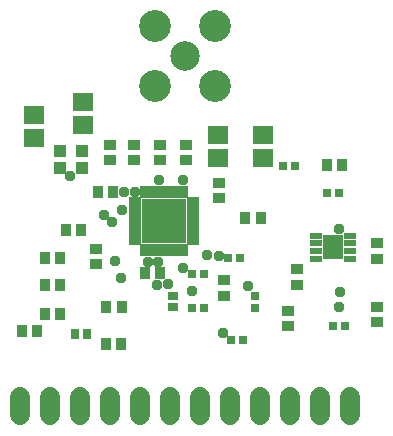
<source format=gbr>
G04 EAGLE Gerber RS-274X export*
G75*
%MOMM*%
%FSLAX34Y34*%
%LPD*%
%INSoldermask Top*%
%IPPOS*%
%AMOC8*
5,1,8,0,0,1.08239X$1,22.5*%
G01*
%ADD10R,1.103200X0.903200*%
%ADD11R,0.903200X1.103200*%
%ADD12R,1.703200X1.503200*%
%ADD13R,1.103200X0.553200*%
%ADD14R,1.798200X2.056200*%
%ADD15R,1.103200X0.503200*%
%ADD16R,0.503200X1.103200*%
%ADD17R,3.753200X3.753200*%
%ADD18C,2.503200*%
%ADD19C,2.703200*%
%ADD20R,0.703200X0.703200*%
%ADD21R,0.903200X0.803200*%
%ADD22R,0.803200X0.903200*%
%ADD23C,1.727200*%
%ADD24R,1.103200X1.003200*%
%ADD25C,0.959600*%


D10*
X332800Y107700D03*
X332800Y120700D03*
X264900Y98900D03*
X264900Y85900D03*
X127500Y191200D03*
X127500Y204200D03*
X171500Y191400D03*
X171500Y204400D03*
D11*
X51400Y108600D03*
X64400Y108600D03*
D12*
X198500Y193200D03*
X198500Y212200D03*
D11*
X51600Y85600D03*
X64600Y85600D03*
X51800Y60600D03*
X64800Y60600D03*
X32000Y46600D03*
X45000Y46600D03*
D12*
X236500Y193400D03*
X236500Y212400D03*
D10*
X106400Y191200D03*
X106400Y204200D03*
D12*
X42300Y210100D03*
X42300Y229100D03*
X84300Y221300D03*
X84300Y240300D03*
D11*
X96400Y164600D03*
X109400Y164600D03*
D10*
X149300Y191400D03*
X149300Y204400D03*
X203700Y89400D03*
X203700Y76400D03*
D11*
X149200Y95300D03*
X136200Y95300D03*
D10*
X332700Y67000D03*
X332700Y54000D03*
X257700Y63800D03*
X257700Y50800D03*
D11*
X290400Y186700D03*
X303400Y186700D03*
X103400Y35800D03*
X116400Y35800D03*
X103600Y66800D03*
X116600Y66800D03*
D10*
X94800Y116200D03*
X94800Y103200D03*
X198800Y172000D03*
X198800Y159000D03*
D11*
X221200Y141800D03*
X234200Y141800D03*
X82600Y132200D03*
X69600Y132200D03*
D13*
X309800Y107750D03*
X309800Y114250D03*
X309800Y120750D03*
X309800Y127250D03*
X280800Y127250D03*
X280800Y120750D03*
X280800Y114250D03*
X280800Y107750D03*
D14*
X295300Y117500D03*
D15*
X127900Y157200D03*
X127900Y152200D03*
X127900Y147200D03*
X127900Y142200D03*
X127900Y137200D03*
X127900Y132200D03*
X127900Y127200D03*
X127900Y122200D03*
D16*
X134900Y115200D03*
X139900Y115200D03*
X144900Y115200D03*
X149900Y115200D03*
X154900Y115200D03*
X159900Y115200D03*
X164900Y115200D03*
X169900Y115200D03*
D15*
X176900Y122200D03*
X176900Y127200D03*
X176900Y132200D03*
X176900Y137200D03*
X176900Y142200D03*
X176900Y147200D03*
X176900Y152200D03*
X176900Y157200D03*
D16*
X169900Y164200D03*
X164900Y164200D03*
X159900Y164200D03*
X154900Y164200D03*
X149900Y164200D03*
X144900Y164200D03*
X139900Y164200D03*
X134900Y164200D03*
D17*
X152400Y139700D03*
D18*
X170330Y279510D03*
D19*
X144930Y304910D03*
X144930Y254110D03*
X195730Y254110D03*
X195730Y304910D03*
D20*
X253520Y186500D03*
X263680Y186500D03*
X209420Y38500D03*
X219580Y38500D03*
X175920Y94700D03*
X186080Y94700D03*
X206820Y108700D03*
X216980Y108700D03*
X186280Y66300D03*
X176120Y66300D03*
X229700Y76380D03*
X229700Y66220D03*
X295520Y50700D03*
X305680Y50700D03*
X290420Y163700D03*
X300580Y163700D03*
D21*
X160100Y66500D03*
X160100Y76500D03*
D22*
X77400Y43900D03*
X87400Y43900D03*
D23*
X30200Y-9680D02*
X30200Y-24920D01*
X55600Y-24920D02*
X55600Y-9680D01*
X81000Y-9680D02*
X81000Y-24920D01*
X106400Y-24920D02*
X106400Y-9680D01*
X131800Y-9680D02*
X131800Y-24920D01*
X157200Y-24920D02*
X157200Y-9680D01*
X182600Y-9680D02*
X182600Y-24920D01*
X208000Y-24920D02*
X208000Y-9680D01*
X233400Y-9680D02*
X233400Y-24920D01*
X258800Y-24920D02*
X258800Y-9680D01*
X284200Y-9680D02*
X284200Y-24920D01*
X309600Y-24920D02*
X309600Y-9680D01*
D24*
X64250Y184650D03*
X82750Y184650D03*
X82750Y199150D03*
X64250Y199150D03*
D25*
X168402Y99822D03*
X156210Y86106D03*
X128016Y164592D03*
X148590Y174498D03*
X111252Y105918D03*
X168402Y174498D03*
X108204Y138684D03*
X146304Y85344D03*
X176022Y80010D03*
X198882Y109728D03*
X224028Y84582D03*
X202692Y44958D03*
X188976Y110490D03*
X300990Y67056D03*
X300990Y132588D03*
X301752Y79248D03*
X147828Y105156D03*
X138684Y105156D03*
X115824Y91440D03*
X101346Y144780D03*
X117348Y148590D03*
X118872Y164592D03*
X73152Y177546D03*
M02*

</source>
